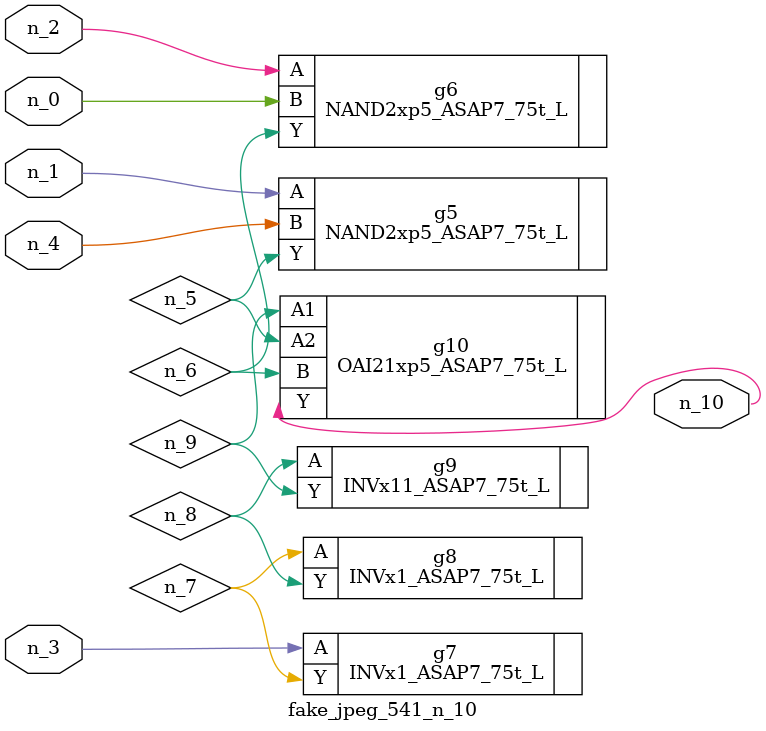
<source format=v>
module fake_jpeg_541_n_10 (n_3, n_2, n_1, n_0, n_4, n_10);

input n_3;
input n_2;
input n_1;
input n_0;
input n_4;

output n_10;

wire n_8;
wire n_9;
wire n_6;
wire n_5;
wire n_7;

NAND2xp5_ASAP7_75t_L g5 ( 
.A(n_1),
.B(n_4),
.Y(n_5)
);

NAND2xp5_ASAP7_75t_L g6 ( 
.A(n_2),
.B(n_0),
.Y(n_6)
);

INVx1_ASAP7_75t_L g7 ( 
.A(n_3),
.Y(n_7)
);

INVx1_ASAP7_75t_L g8 ( 
.A(n_7),
.Y(n_8)
);

INVx11_ASAP7_75t_L g9 ( 
.A(n_8),
.Y(n_9)
);

OAI21xp5_ASAP7_75t_L g10 ( 
.A1(n_9),
.A2(n_5),
.B(n_6),
.Y(n_10)
);


endmodule
</source>
